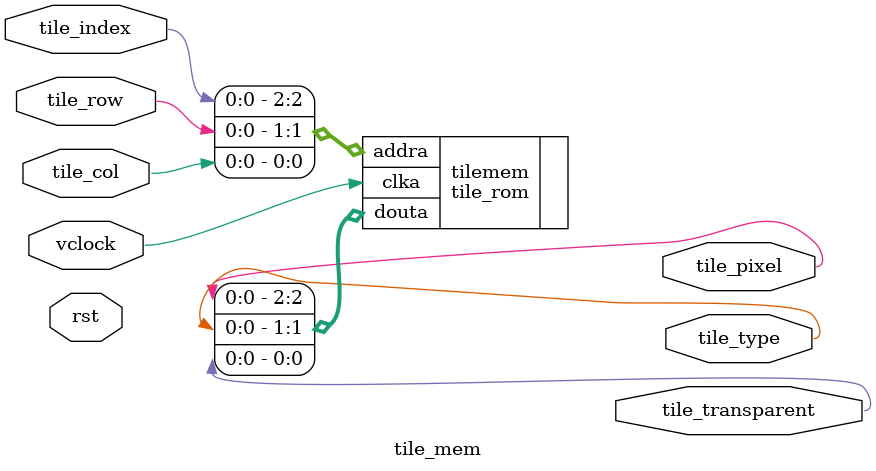
<source format=sv>
`timescale 1ns / 1ps


module tile_mem( 
    input wire vclock,
    input wire rst,
    input wire tile_index,
    input wire tile_row,
    input wire tile_col,
    
    output logic tile_pixel,
    output logic tile_type,
    output logic tile_transparent
   
    );
    
    tile_rom tilemem(
    
    .clka(vclock),
    
    .addra({tile_index, tile_row, tile_col}),
    
    .douta({tile_pixel, tile_type, tile_transparent})
    
    
    );
    
endmodule

</source>
